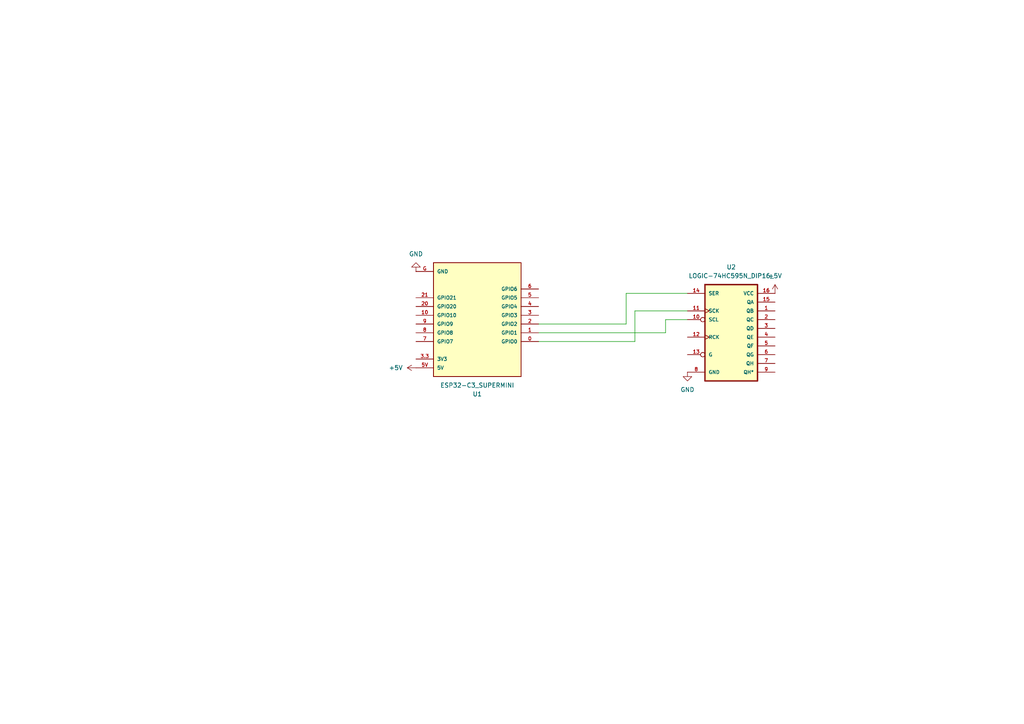
<source format=kicad_sch>
(kicad_sch (version 20231120) (generator "eeschema") (generator_version "8.0")
  (paper "A4")
  (lib_symbols
    (symbol "ESP32-C3_SUPERMINI:ESP32-C3_SUPERMINI" (pin_names (offset 1.016))
      (property "Reference" "U" (at -12.7 16.002 0))
      (property "Value" "ESP32-C3_SUPERMINI" (at -12.7 -20.32 0))
      (symbol "ESP32-C3_SUPERMINI_0_0"
        (rectangle (start -12.7 -17.78) (end 12.7 15.24) (stroke (width 0.254)) (fill (type background)))
        (pin bidirectional line (at -17.78 5.08 0) (length 5.08) (name "GPIO0") (number "0"))
        (pin bidirectional line (at -17.78 2.54 0) (length 5.08) (name "GPIO1") (number "1"))
        (pin bidirectional line (at 17.78 -2.54 180) (length 5.08) (name "GPIO10") (number "10"))
        (pin bidirectional line (at -17.78 0 0) (length 5.08) (name "GPIO2") (number "2"))
        (pin bidirectional line (at 17.78 -5.08 180) (length 5.08) (name "GPIO20") (number "20"))
        (pin bidirectional line (at 17.78 -7.62 180) (length 5.08) (name "GPIO21") (number "21"))
        (pin bidirectional line (at -17.78 -2.54 0) (length 5.08) (name "GPIO3") (number "3"))
        (pin power_in line (at 17.78 10.16 180) (length 5.08) (name "3V3") (number "3.3"))
        (pin bidirectional line (at -17.78 -5.08 0) (length 5.08) (name "GPIO4") (number "4"))
        (pin bidirectional line (at -17.78 -7.62 0) (length 5.08) (name "GPIO5") (number "5"))
        (pin power_in line (at 17.78 12.7 180) (length 5.08) (name "5V") (number "5V"))
        (pin bidirectional line (at -17.78 -10.16 0) (length 5.08) (name "GPIO6") (number "6"))
        (pin bidirectional line (at 17.78 5.08 180) (length 5.08) (name "GPIO7") (number "7"))
        (pin bidirectional line (at 17.78 2.54 180) (length 5.08) (name "GPIO8") (number "8"))
        (pin bidirectional line (at 17.78 0 180) (length 5.08) (name "GPIO9") (number "9"))
        (pin power_in line (at 17.78 -15.24 180) (length 5.08) (name "GND") (number "G"))
      )
    )
    (symbol "LOGIC-74HC595N_DIP16_:LOGIC-74HC595N_DIP16_" (pin_names (offset 1.016))
      (property "Reference" "U" (at -7.6202 15.2404 0))
      (property "Value" "LOGIC-74HC595N_DIP16_" (at 0 15.2649 0))
      (symbol "LOGIC-74HC595N_DIP16__0_0"
        (rectangle (start -7.62 -13.97) (end 7.62 13.97) (stroke (width 0.4064)) (fill (type background)))
        (pin tri_state line (at 12.7 6.35 180) (length 5.08) (name "QB") (number "1"))
        (pin input inverted (at -12.7 3.81 0) (length 5.08) (name "SCL") (number "10"))
        (pin input clock (at -12.7 6.35 0) (length 5.08) (name "SCK") (number "11"))
        (pin input clock (at -12.7 -1.27 0) (length 5.08) (name "RCK") (number "12"))
        (pin input inverted (at -12.7 -6.35 0) (length 5.08) (name "G") (number "13"))
        (pin input line (at -12.7 11.43 0) (length 5.08) (name "SER") (number "14"))
        (pin tri_state line (at 12.7 8.89 180) (length 5.08) (name "QA") (number "15"))
        (pin power_in line (at 12.7 11.43 180) (length 5.08) (name "VCC") (number "16"))
        (pin tri_state line (at 12.7 3.81 180) (length 5.08) (name "QC") (number "2"))
        (pin tri_state line (at 12.7 1.27 180) (length 5.08) (name "QD") (number "3"))
        (pin tri_state line (at 12.7 -1.27 180) (length 5.08) (name "QE") (number "4"))
        (pin tri_state line (at 12.7 -3.81 180) (length 5.08) (name "QF") (number "5"))
        (pin tri_state line (at 12.7 -6.35 180) (length 5.08) (name "QG") (number "6"))
        (pin tri_state line (at 12.7 -8.89 180) (length 5.08) (name "QH") (number "7"))
        (pin power_in line (at -12.7 -11.43 0) (length 5.08) (name "GND") (number "8"))
        (pin tri_state line (at 12.7 -11.43 180) (length 5.08) (name "QH*") (number "9"))
      )
    )
    (symbol "power:+5V" (power) (pin_numbers hide) (pin_names (offset 0) hide)
      (property "Value" "+5V" (at 0 3.556 0))
      (symbol "+5V_0_1"
        (polyline (pts (xy -0.762 1.27) (xy 0 2.54)))
        (polyline (pts (xy 0 0) (xy 0 2.54)))
        (polyline (pts (xy 0 2.54) (xy 0.762 1.27)))
      )
      (symbol "+5V_1_1"
        (pin power_in line (at 0 0 90) (length 0) (name "~") (number "1"))
      )
    )
    (symbol "power:GND" (power) (pin_numbers hide) (pin_names (offset 0) hide)
      (property "Value" "GND" (at 0 -3.81 0))
      (symbol "GND_0_1"
        (polyline (pts (xy 0 0) (xy 0 -1.27) (xy 1.27 -1.27) (xy 0 -2.54) (xy -1.27 -1.27) (xy 0 -1.27)))
      )
      (symbol "GND_1_1"
        (pin power_in line (at 0 0 270) (length 0) (name "~") (number "1"))
      )
    )
  )
  (wire (pts (xy 181.61 85.09) (xy 199.39 85.09)))
  (wire (pts (xy 184.15 90.17) (xy 199.39 90.17)))
  (wire (pts (xy 156.21 93.98) (xy 181.61 93.98)))
  (wire (pts (xy 193.04 96.52) (xy 193.04 92.71)))
  (wire (pts (xy 156.21 99.06) (xy 184.15 99.06)))
  (wire (pts (xy 184.15 99.06) (xy 184.15 90.17)))
  (wire (pts (xy 181.61 93.98) (xy 181.61 85.09)))
  (wire (pts (xy 156.21 96.52) (xy 193.04 96.52)))
  (wire (pts (xy 193.04 92.71) (xy 199.39 92.71)))
  (symbol (lib_id "ESP32-C3_SUPERMINI:ESP32-C3_SUPERMINI") (at 138.43 93.98 180) (unit 1)
    (property "Reference" "U1" (at 138.43 114.3 0))
    (property "Value" "ESP32-C3_SUPERMINI" (at 138.43 111.76 0))
    (property "Footprint" "footprints:MODULE_ESP32-C3_SUPERMINI" (effects (hide yes)))
    (property "MF" "Espressif Systems" (effects (hide yes)))
    (property "MAXIMUM_PACKAGE_HEIGHT" "4.2mm" (effects (hide yes)))
    (property "Package" "Package" (effects (hide yes)))
    (property "Price" "None" (effects (hide yes)))
    (property "Check_prices" "https://www.snapeda.com/parts/ESP32-C3%20SuperMini/Espressif+Systems/view-part/?ref=eda" (effects (hide yes)))
    (property "STANDARD" "Manufacturer Recommendations" (effects (hide yes)))
    (property "SnapEDA_Link" "https://www.snapeda.com/parts/ESP32-C3%20SuperMini/Espressif+Systems/view-part/?ref=snap" (effects (hide yes)))
    (property "MP" "ESP32-C3 SuperMini" (effects (hide yes)))
    (property "Description_1" "\nSuper tiny ESP32-C3 board\n" (effects (hide yes)))
    (property "Availability" "Not in stock" (effects (hide yes)))
    (property "MANUFACTURER" "Espressif" (effects (hide yes)))
  )
  (symbol (lib_id "power:+5V") (at 224.79 85.09 0) (unit 1)
    (property "Reference" "#PWR03" (effects (hide yes)))
    (property "Value" "+5V" (at 224.79 80.01 0))
    (property "Description" "Power symbol creates a global label with name \"+5V\"" (effects (hide yes)))
  )
  (symbol (lib_id "power:+5V") (at 120.65 106.68 90) (unit 1)
    (property "Reference" "#PWR04" (effects (hide yes)))
    (property "Value" "+5V" (at 116.84 106.6801 90) (effects (justify left)))
    (property "Description" "Power symbol creates a global label with name \"+5V\"" (effects (hide yes)))
  )
  (symbol (lib_id "power:GND") (at 120.65 78.74 180) (unit 1)
    (property "Reference" "#PWR01" (effects (hide yes)))
    (property "Value" "GND" (at 120.65 73.66 0))
    (property "Description" "Power symbol creates a global label with name \"GND\" , ground" (effects (hide yes)))
  )
  (symbol (lib_id "LOGIC-74HC595N_DIP16_:LOGIC-74HC595N_DIP16_") (at 212.09 96.52 0) (unit 1)
    (property "Reference" "U2" (at 212.09 77.47 0))
    (property "Value" "LOGIC-74HC595N_DIP16_" (at 212.09 80.01 0))
    (property "Footprint" "footprints:DIP16-2.54-20.32X5.84MM" (effects (hide yes)))
    (property "SnapEDA_Link" "https://www.snapeda.com/parts/74HC595N/Texas+Instruments/view-part/?ref=snap" (effects (hide yes)))
    (property "Description_1" "\nShift Shift Register 1 Element 8 Bit 16-PDIP\n" (effects (hide yes)))
    (property "Package" "SOT38-4-16 Nexperia" (effects (hide yes)))
    (property "MPN" "74HC595N" (effects (hide yes)))
    (property "VALUE" "74HC595N-DIP16" (effects (hide yes)))
    (property "MF" "Texas Instruments" (effects (hide yes)))
    (property "MP" "74HC595N" (effects (hide yes)))
    (property "Check_prices" "https://www.snapeda.com/parts/74HC595N/Texas+Instruments/view-part/?ref=eda" (effects (hide yes)))
  )
  (symbol (lib_id "power:GND") (at 199.39 107.95 0) (unit 1)
    (property "Reference" "#PWR02" (effects (hide yes)))
    (property "Value" "GND" (at 199.39 113.03 0))
    (property "Description" "Power symbol creates a global label with name \"GND\" , ground" (effects (hide yes)))
  )
)
</source>
